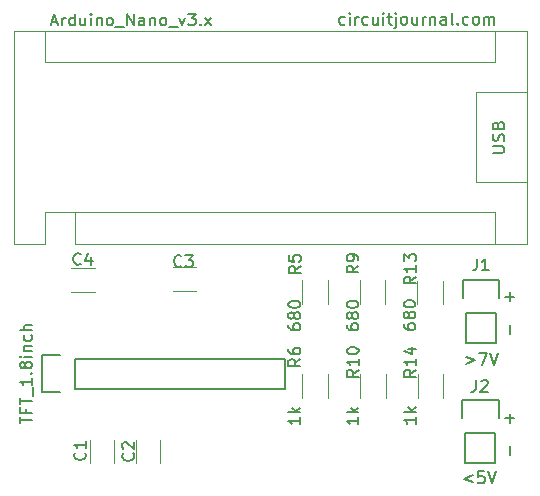
<source format=gto>
G04 #@! TF.GenerationSoftware,KiCad,Pcbnew,(5.1.5)-3*
G04 #@! TF.CreationDate,2020-04-26T13:49:39+03:00*
G04 #@! TF.ProjectId,livecam,6c697665-6361-46d2-9e6b-696361645f70,rev?*
G04 #@! TF.SameCoordinates,Original*
G04 #@! TF.FileFunction,Legend,Top*
G04 #@! TF.FilePolarity,Positive*
%FSLAX46Y46*%
G04 Gerber Fmt 4.6, Leading zero omitted, Abs format (unit mm)*
G04 Created by KiCad (PCBNEW (5.1.5)-3) date 2020-04-26 13:49:39*
%MOMM*%
%LPD*%
G04 APERTURE LIST*
%ADD10C,0.120000*%
%ADD11C,0.150000*%
G04 APERTURE END LIST*
D10*
X168870000Y-55860000D02*
X173200000Y-55860000D01*
X168870000Y-48230000D02*
X168870000Y-55860000D01*
X173200000Y-48230000D02*
X168870000Y-48230000D01*
D11*
X170302380Y-53381904D02*
X171111904Y-53381904D01*
X171207142Y-53334285D01*
X171254761Y-53286666D01*
X171302380Y-53191428D01*
X171302380Y-53000952D01*
X171254761Y-52905714D01*
X171207142Y-52858095D01*
X171111904Y-52810476D01*
X170302380Y-52810476D01*
X171254761Y-52381904D02*
X171302380Y-52239047D01*
X171302380Y-52000952D01*
X171254761Y-51905714D01*
X171207142Y-51858095D01*
X171111904Y-51810476D01*
X171016666Y-51810476D01*
X170921428Y-51858095D01*
X170873809Y-51905714D01*
X170826190Y-52000952D01*
X170778571Y-52191428D01*
X170730952Y-52286666D01*
X170683333Y-52334285D01*
X170588095Y-52381904D01*
X170492857Y-52381904D01*
X170397619Y-52334285D01*
X170350000Y-52286666D01*
X170302380Y-52191428D01*
X170302380Y-51953333D01*
X170350000Y-51810476D01*
X170778571Y-51048571D02*
X170826190Y-50905714D01*
X170873809Y-50858095D01*
X170969047Y-50810476D01*
X171111904Y-50810476D01*
X171207142Y-50858095D01*
X171254761Y-50905714D01*
X171302380Y-51000952D01*
X171302380Y-51381904D01*
X170302380Y-51381904D01*
X170302380Y-51048571D01*
X170350000Y-50953333D01*
X170397619Y-50905714D01*
X170492857Y-50858095D01*
X170588095Y-50858095D01*
X170683333Y-50905714D01*
X170730952Y-50953333D01*
X170778571Y-51048571D01*
X170778571Y-51381904D01*
X157770952Y-42484761D02*
X157675714Y-42532380D01*
X157485238Y-42532380D01*
X157390000Y-42484761D01*
X157342380Y-42437142D01*
X157294761Y-42341904D01*
X157294761Y-42056190D01*
X157342380Y-41960952D01*
X157390000Y-41913333D01*
X157485238Y-41865714D01*
X157675714Y-41865714D01*
X157770952Y-41913333D01*
X158199523Y-42532380D02*
X158199523Y-41865714D01*
X158199523Y-41532380D02*
X158151904Y-41580000D01*
X158199523Y-41627619D01*
X158247142Y-41580000D01*
X158199523Y-41532380D01*
X158199523Y-41627619D01*
X158675714Y-42532380D02*
X158675714Y-41865714D01*
X158675714Y-42056190D02*
X158723333Y-41960952D01*
X158770952Y-41913333D01*
X158866190Y-41865714D01*
X158961428Y-41865714D01*
X159723333Y-42484761D02*
X159628095Y-42532380D01*
X159437619Y-42532380D01*
X159342380Y-42484761D01*
X159294761Y-42437142D01*
X159247142Y-42341904D01*
X159247142Y-42056190D01*
X159294761Y-41960952D01*
X159342380Y-41913333D01*
X159437619Y-41865714D01*
X159628095Y-41865714D01*
X159723333Y-41913333D01*
X160580476Y-41865714D02*
X160580476Y-42532380D01*
X160151904Y-41865714D02*
X160151904Y-42389523D01*
X160199523Y-42484761D01*
X160294761Y-42532380D01*
X160437619Y-42532380D01*
X160532857Y-42484761D01*
X160580476Y-42437142D01*
X161056666Y-42532380D02*
X161056666Y-41865714D01*
X161056666Y-41532380D02*
X161009047Y-41580000D01*
X161056666Y-41627619D01*
X161104285Y-41580000D01*
X161056666Y-41532380D01*
X161056666Y-41627619D01*
X161390000Y-41865714D02*
X161770952Y-41865714D01*
X161532857Y-41532380D02*
X161532857Y-42389523D01*
X161580476Y-42484761D01*
X161675714Y-42532380D01*
X161770952Y-42532380D01*
X162104285Y-41865714D02*
X162104285Y-42722857D01*
X162056666Y-42818095D01*
X161961428Y-42865714D01*
X161913809Y-42865714D01*
X162104285Y-41532380D02*
X162056666Y-41580000D01*
X162104285Y-41627619D01*
X162151904Y-41580000D01*
X162104285Y-41532380D01*
X162104285Y-41627619D01*
X162723333Y-42532380D02*
X162628095Y-42484761D01*
X162580476Y-42437142D01*
X162532857Y-42341904D01*
X162532857Y-42056190D01*
X162580476Y-41960952D01*
X162628095Y-41913333D01*
X162723333Y-41865714D01*
X162866190Y-41865714D01*
X162961428Y-41913333D01*
X163009047Y-41960952D01*
X163056666Y-42056190D01*
X163056666Y-42341904D01*
X163009047Y-42437142D01*
X162961428Y-42484761D01*
X162866190Y-42532380D01*
X162723333Y-42532380D01*
X163913809Y-41865714D02*
X163913809Y-42532380D01*
X163485238Y-41865714D02*
X163485238Y-42389523D01*
X163532857Y-42484761D01*
X163628095Y-42532380D01*
X163770952Y-42532380D01*
X163866190Y-42484761D01*
X163913809Y-42437142D01*
X164390000Y-42532380D02*
X164390000Y-41865714D01*
X164390000Y-42056190D02*
X164437619Y-41960952D01*
X164485238Y-41913333D01*
X164580476Y-41865714D01*
X164675714Y-41865714D01*
X165009047Y-41865714D02*
X165009047Y-42532380D01*
X165009047Y-41960952D02*
X165056666Y-41913333D01*
X165151904Y-41865714D01*
X165294761Y-41865714D01*
X165390000Y-41913333D01*
X165437619Y-42008571D01*
X165437619Y-42532380D01*
X166342380Y-42532380D02*
X166342380Y-42008571D01*
X166294761Y-41913333D01*
X166199523Y-41865714D01*
X166009047Y-41865714D01*
X165913809Y-41913333D01*
X166342380Y-42484761D02*
X166247142Y-42532380D01*
X166009047Y-42532380D01*
X165913809Y-42484761D01*
X165866190Y-42389523D01*
X165866190Y-42294285D01*
X165913809Y-42199047D01*
X166009047Y-42151428D01*
X166247142Y-42151428D01*
X166342380Y-42103809D01*
X166961428Y-42532380D02*
X166866190Y-42484761D01*
X166818571Y-42389523D01*
X166818571Y-41532380D01*
X167342380Y-42437142D02*
X167390000Y-42484761D01*
X167342380Y-42532380D01*
X167294761Y-42484761D01*
X167342380Y-42437142D01*
X167342380Y-42532380D01*
X168247142Y-42484761D02*
X168151904Y-42532380D01*
X167961428Y-42532380D01*
X167866190Y-42484761D01*
X167818571Y-42437142D01*
X167770952Y-42341904D01*
X167770952Y-42056190D01*
X167818571Y-41960952D01*
X167866190Y-41913333D01*
X167961428Y-41865714D01*
X168151904Y-41865714D01*
X168247142Y-41913333D01*
X168818571Y-42532380D02*
X168723333Y-42484761D01*
X168675714Y-42437142D01*
X168628095Y-42341904D01*
X168628095Y-42056190D01*
X168675714Y-41960952D01*
X168723333Y-41913333D01*
X168818571Y-41865714D01*
X168961428Y-41865714D01*
X169056666Y-41913333D01*
X169104285Y-41960952D01*
X169151904Y-42056190D01*
X169151904Y-42341904D01*
X169104285Y-42437142D01*
X169056666Y-42484761D01*
X168961428Y-42532380D01*
X168818571Y-42532380D01*
X169580476Y-42532380D02*
X169580476Y-41865714D01*
X169580476Y-41960952D02*
X169628095Y-41913333D01*
X169723333Y-41865714D01*
X169866190Y-41865714D01*
X169961428Y-41913333D01*
X170009047Y-42008571D01*
X170009047Y-42532380D01*
X170009047Y-42008571D02*
X170056666Y-41913333D01*
X170151904Y-41865714D01*
X170294761Y-41865714D01*
X170390000Y-41913333D01*
X170437619Y-42008571D01*
X170437619Y-42532380D01*
X168004285Y-70665714D02*
X168766190Y-70951428D01*
X168004285Y-71237142D01*
X169147142Y-70332380D02*
X169813809Y-70332380D01*
X169385238Y-71332380D01*
X170051904Y-70332380D02*
X170385238Y-71332380D01*
X170718571Y-70332380D01*
X171758571Y-65178095D02*
X171758571Y-65940000D01*
X171377619Y-65559047D02*
X172139523Y-65559047D01*
X171758571Y-67940000D02*
X171758571Y-68701904D01*
X171758571Y-75468095D02*
X171758571Y-76230000D01*
X171377619Y-75849047D02*
X172139523Y-75849047D01*
X171758571Y-78230000D02*
X171758571Y-78991904D01*
X168626190Y-80705714D02*
X167864285Y-80991428D01*
X168626190Y-81277142D01*
X169578571Y-80372380D02*
X169102380Y-80372380D01*
X169054761Y-80848571D01*
X169102380Y-80800952D01*
X169197619Y-80753333D01*
X169435714Y-80753333D01*
X169530952Y-80800952D01*
X169578571Y-80848571D01*
X169626190Y-80943809D01*
X169626190Y-81181904D01*
X169578571Y-81277142D01*
X169530952Y-81324761D01*
X169435714Y-81372380D01*
X169197619Y-81372380D01*
X169102380Y-81324761D01*
X169054761Y-81277142D01*
X169911904Y-80372380D02*
X170245238Y-81372380D01*
X170578571Y-80372380D01*
D10*
X129740000Y-43050000D02*
X129740000Y-61090000D01*
X173180000Y-43050000D02*
X129740000Y-43050000D01*
X173180000Y-61090000D02*
X173180000Y-43050000D01*
X170510000Y-58420000D02*
X170510000Y-61090000D01*
X134950000Y-58420000D02*
X170510000Y-58420000D01*
X134950000Y-58420000D02*
X134950000Y-61090000D01*
X170510000Y-45720000D02*
X170510000Y-43050000D01*
X132410000Y-45720000D02*
X170510000Y-45720000D01*
X132410000Y-45720000D02*
X132410000Y-43050000D01*
X129740000Y-61090000D02*
X132410000Y-61090000D01*
X134950000Y-61090000D02*
X173180000Y-61090000D01*
X132410000Y-58420000D02*
X132410000Y-61090000D01*
X134950000Y-58420000D02*
X132410000Y-58420000D01*
D11*
X132110000Y-73650000D02*
X132110000Y-70550000D01*
X133660000Y-73650000D02*
X132110000Y-73650000D01*
X134930000Y-70830000D02*
X134930000Y-73370000D01*
X132110000Y-70550000D02*
X133660000Y-70550000D01*
X152710000Y-73370000D02*
X134930000Y-73370000D01*
X152710000Y-70830000D02*
X152710000Y-73370000D01*
X134930000Y-70830000D02*
X152710000Y-70830000D01*
D10*
X166080000Y-72140000D02*
X166080000Y-74140000D01*
X163940000Y-74140000D02*
X163940000Y-72140000D01*
X166060000Y-64210000D02*
X166060000Y-66210000D01*
X163920000Y-66210000D02*
X163920000Y-64210000D01*
X161240000Y-72140000D02*
X161240000Y-74140000D01*
X159100000Y-74140000D02*
X159100000Y-72140000D01*
X161220000Y-64200000D02*
X161220000Y-66200000D01*
X159080000Y-66200000D02*
X159080000Y-64200000D01*
X156340000Y-72130000D02*
X156340000Y-74130000D01*
X154200000Y-74130000D02*
X154200000Y-72130000D01*
X156320000Y-64190000D02*
X156320000Y-66190000D01*
X154180000Y-66190000D02*
X154180000Y-64190000D01*
D11*
X167980000Y-79640000D02*
X170520000Y-79640000D01*
X167980000Y-77100000D02*
X167980000Y-79640000D01*
X167700000Y-74280000D02*
X170800000Y-74280000D01*
X167700000Y-75830000D02*
X167700000Y-74280000D01*
X170520000Y-77100000D02*
X167980000Y-77100000D01*
X170800000Y-74280000D02*
X170800000Y-75830000D01*
X170520000Y-77100000D02*
X170520000Y-79640000D01*
X168040000Y-69510000D02*
X170580000Y-69510000D01*
X168040000Y-66970000D02*
X168040000Y-69510000D01*
X167760000Y-64150000D02*
X170860000Y-64150000D01*
X167760000Y-65700000D02*
X167760000Y-64150000D01*
X170580000Y-66970000D02*
X168040000Y-66970000D01*
X170860000Y-64150000D02*
X170860000Y-65700000D01*
X170580000Y-66970000D02*
X170580000Y-69510000D01*
D10*
X134640000Y-65170000D02*
X136640000Y-65170000D01*
X136640000Y-63130000D02*
X134640000Y-63130000D01*
X145210000Y-63080000D02*
X143210000Y-63080000D01*
X143210000Y-65120000D02*
X145210000Y-65120000D01*
X140100000Y-77670000D02*
X140100000Y-79670000D01*
X142140000Y-79670000D02*
X142140000Y-77670000D01*
X136170000Y-77670000D02*
X136170000Y-79670000D01*
X138210000Y-79670000D02*
X138210000Y-77670000D01*
D11*
X132961904Y-42316666D02*
X133438095Y-42316666D01*
X132866666Y-42602380D02*
X133200000Y-41602380D01*
X133533333Y-42602380D01*
X133866666Y-42602380D02*
X133866666Y-41935714D01*
X133866666Y-42126190D02*
X133914285Y-42030952D01*
X133961904Y-41983333D01*
X134057142Y-41935714D01*
X134152380Y-41935714D01*
X134914285Y-42602380D02*
X134914285Y-41602380D01*
X134914285Y-42554761D02*
X134819047Y-42602380D01*
X134628571Y-42602380D01*
X134533333Y-42554761D01*
X134485714Y-42507142D01*
X134438095Y-42411904D01*
X134438095Y-42126190D01*
X134485714Y-42030952D01*
X134533333Y-41983333D01*
X134628571Y-41935714D01*
X134819047Y-41935714D01*
X134914285Y-41983333D01*
X135819047Y-41935714D02*
X135819047Y-42602380D01*
X135390476Y-41935714D02*
X135390476Y-42459523D01*
X135438095Y-42554761D01*
X135533333Y-42602380D01*
X135676190Y-42602380D01*
X135771428Y-42554761D01*
X135819047Y-42507142D01*
X136295238Y-42602380D02*
X136295238Y-41935714D01*
X136295238Y-41602380D02*
X136247619Y-41650000D01*
X136295238Y-41697619D01*
X136342857Y-41650000D01*
X136295238Y-41602380D01*
X136295238Y-41697619D01*
X136771428Y-41935714D02*
X136771428Y-42602380D01*
X136771428Y-42030952D02*
X136819047Y-41983333D01*
X136914285Y-41935714D01*
X137057142Y-41935714D01*
X137152380Y-41983333D01*
X137200000Y-42078571D01*
X137200000Y-42602380D01*
X137819047Y-42602380D02*
X137723809Y-42554761D01*
X137676190Y-42507142D01*
X137628571Y-42411904D01*
X137628571Y-42126190D01*
X137676190Y-42030952D01*
X137723809Y-41983333D01*
X137819047Y-41935714D01*
X137961904Y-41935714D01*
X138057142Y-41983333D01*
X138104761Y-42030952D01*
X138152380Y-42126190D01*
X138152380Y-42411904D01*
X138104761Y-42507142D01*
X138057142Y-42554761D01*
X137961904Y-42602380D01*
X137819047Y-42602380D01*
X138342857Y-42697619D02*
X139104761Y-42697619D01*
X139342857Y-42602380D02*
X139342857Y-41602380D01*
X139914285Y-42602380D01*
X139914285Y-41602380D01*
X140819047Y-42602380D02*
X140819047Y-42078571D01*
X140771428Y-41983333D01*
X140676190Y-41935714D01*
X140485714Y-41935714D01*
X140390476Y-41983333D01*
X140819047Y-42554761D02*
X140723809Y-42602380D01*
X140485714Y-42602380D01*
X140390476Y-42554761D01*
X140342857Y-42459523D01*
X140342857Y-42364285D01*
X140390476Y-42269047D01*
X140485714Y-42221428D01*
X140723809Y-42221428D01*
X140819047Y-42173809D01*
X141295238Y-41935714D02*
X141295238Y-42602380D01*
X141295238Y-42030952D02*
X141342857Y-41983333D01*
X141438095Y-41935714D01*
X141580952Y-41935714D01*
X141676190Y-41983333D01*
X141723809Y-42078571D01*
X141723809Y-42602380D01*
X142342857Y-42602380D02*
X142247619Y-42554761D01*
X142200000Y-42507142D01*
X142152380Y-42411904D01*
X142152380Y-42126190D01*
X142200000Y-42030952D01*
X142247619Y-41983333D01*
X142342857Y-41935714D01*
X142485714Y-41935714D01*
X142580952Y-41983333D01*
X142628571Y-42030952D01*
X142676190Y-42126190D01*
X142676190Y-42411904D01*
X142628571Y-42507142D01*
X142580952Y-42554761D01*
X142485714Y-42602380D01*
X142342857Y-42602380D01*
X142866666Y-42697619D02*
X143628571Y-42697619D01*
X143771428Y-41935714D02*
X144009523Y-42602380D01*
X144247619Y-41935714D01*
X144533333Y-41602380D02*
X145152380Y-41602380D01*
X144819047Y-41983333D01*
X144961904Y-41983333D01*
X145057142Y-42030952D01*
X145104761Y-42078571D01*
X145152380Y-42173809D01*
X145152380Y-42411904D01*
X145104761Y-42507142D01*
X145057142Y-42554761D01*
X144961904Y-42602380D01*
X144676190Y-42602380D01*
X144580952Y-42554761D01*
X144533333Y-42507142D01*
X145580952Y-42507142D02*
X145628571Y-42554761D01*
X145580952Y-42602380D01*
X145533333Y-42554761D01*
X145580952Y-42507142D01*
X145580952Y-42602380D01*
X145961904Y-42602380D02*
X146485714Y-41935714D01*
X145961904Y-41935714D02*
X146485714Y-42602380D01*
X130282380Y-76308095D02*
X130282380Y-75736666D01*
X131282380Y-76022380D02*
X130282380Y-76022380D01*
X130758571Y-75070000D02*
X130758571Y-75403333D01*
X131282380Y-75403333D02*
X130282380Y-75403333D01*
X130282380Y-74927142D01*
X130282380Y-74689047D02*
X130282380Y-74117619D01*
X131282380Y-74403333D02*
X130282380Y-74403333D01*
X131377619Y-74022380D02*
X131377619Y-73260476D01*
X131282380Y-72498571D02*
X131282380Y-73070000D01*
X131282380Y-72784285D02*
X130282380Y-72784285D01*
X130425238Y-72879523D01*
X130520476Y-72974761D01*
X130568095Y-73070000D01*
X131187142Y-72070000D02*
X131234761Y-72022380D01*
X131282380Y-72070000D01*
X131234761Y-72117619D01*
X131187142Y-72070000D01*
X131282380Y-72070000D01*
X130710952Y-71450952D02*
X130663333Y-71546190D01*
X130615714Y-71593809D01*
X130520476Y-71641428D01*
X130472857Y-71641428D01*
X130377619Y-71593809D01*
X130330000Y-71546190D01*
X130282380Y-71450952D01*
X130282380Y-71260476D01*
X130330000Y-71165238D01*
X130377619Y-71117619D01*
X130472857Y-71070000D01*
X130520476Y-71070000D01*
X130615714Y-71117619D01*
X130663333Y-71165238D01*
X130710952Y-71260476D01*
X130710952Y-71450952D01*
X130758571Y-71546190D01*
X130806190Y-71593809D01*
X130901428Y-71641428D01*
X131091904Y-71641428D01*
X131187142Y-71593809D01*
X131234761Y-71546190D01*
X131282380Y-71450952D01*
X131282380Y-71260476D01*
X131234761Y-71165238D01*
X131187142Y-71117619D01*
X131091904Y-71070000D01*
X130901428Y-71070000D01*
X130806190Y-71117619D01*
X130758571Y-71165238D01*
X130710952Y-71260476D01*
X131282380Y-70641428D02*
X130615714Y-70641428D01*
X130282380Y-70641428D02*
X130330000Y-70689047D01*
X130377619Y-70641428D01*
X130330000Y-70593809D01*
X130282380Y-70641428D01*
X130377619Y-70641428D01*
X130615714Y-70165238D02*
X131282380Y-70165238D01*
X130710952Y-70165238D02*
X130663333Y-70117619D01*
X130615714Y-70022380D01*
X130615714Y-69879523D01*
X130663333Y-69784285D01*
X130758571Y-69736666D01*
X131282380Y-69736666D01*
X131234761Y-68831904D02*
X131282380Y-68927142D01*
X131282380Y-69117619D01*
X131234761Y-69212857D01*
X131187142Y-69260476D01*
X131091904Y-69308095D01*
X130806190Y-69308095D01*
X130710952Y-69260476D01*
X130663333Y-69212857D01*
X130615714Y-69117619D01*
X130615714Y-68927142D01*
X130663333Y-68831904D01*
X131282380Y-68403333D02*
X130282380Y-68403333D01*
X131282380Y-67974761D02*
X130758571Y-67974761D01*
X130663333Y-68022380D01*
X130615714Y-68117619D01*
X130615714Y-68260476D01*
X130663333Y-68355714D01*
X130710952Y-68403333D01*
X163802380Y-71772857D02*
X163326190Y-72106190D01*
X163802380Y-72344285D02*
X162802380Y-72344285D01*
X162802380Y-71963333D01*
X162850000Y-71868095D01*
X162897619Y-71820476D01*
X162992857Y-71772857D01*
X163135714Y-71772857D01*
X163230952Y-71820476D01*
X163278571Y-71868095D01*
X163326190Y-71963333D01*
X163326190Y-72344285D01*
X163802380Y-70820476D02*
X163802380Y-71391904D01*
X163802380Y-71106190D02*
X162802380Y-71106190D01*
X162945238Y-71201428D01*
X163040476Y-71296666D01*
X163088095Y-71391904D01*
X163135714Y-69963333D02*
X163802380Y-69963333D01*
X162754761Y-70201428D02*
X163469047Y-70439523D01*
X163469047Y-69820476D01*
X163802380Y-75759047D02*
X163802380Y-76330476D01*
X163802380Y-76044761D02*
X162802380Y-76044761D01*
X162945238Y-76140000D01*
X163040476Y-76235238D01*
X163088095Y-76330476D01*
X163802380Y-75330476D02*
X162802380Y-75330476D01*
X163421428Y-75235238D02*
X163802380Y-74949523D01*
X163135714Y-74949523D02*
X163516666Y-75330476D01*
X163802380Y-63872857D02*
X163326190Y-64206190D01*
X163802380Y-64444285D02*
X162802380Y-64444285D01*
X162802380Y-64063333D01*
X162850000Y-63968095D01*
X162897619Y-63920476D01*
X162992857Y-63872857D01*
X163135714Y-63872857D01*
X163230952Y-63920476D01*
X163278571Y-63968095D01*
X163326190Y-64063333D01*
X163326190Y-64444285D01*
X163802380Y-62920476D02*
X163802380Y-63491904D01*
X163802380Y-63206190D02*
X162802380Y-63206190D01*
X162945238Y-63301428D01*
X163040476Y-63396666D01*
X163088095Y-63491904D01*
X162802380Y-62587142D02*
X162802380Y-61968095D01*
X163183333Y-62301428D01*
X163183333Y-62158571D01*
X163230952Y-62063333D01*
X163278571Y-62015714D01*
X163373809Y-61968095D01*
X163611904Y-61968095D01*
X163707142Y-62015714D01*
X163754761Y-62063333D01*
X163802380Y-62158571D01*
X163802380Y-62444285D01*
X163754761Y-62539523D01*
X163707142Y-62587142D01*
X162762380Y-67891904D02*
X162762380Y-68082380D01*
X162810000Y-68177619D01*
X162857619Y-68225238D01*
X163000476Y-68320476D01*
X163190952Y-68368095D01*
X163571904Y-68368095D01*
X163667142Y-68320476D01*
X163714761Y-68272857D01*
X163762380Y-68177619D01*
X163762380Y-67987142D01*
X163714761Y-67891904D01*
X163667142Y-67844285D01*
X163571904Y-67796666D01*
X163333809Y-67796666D01*
X163238571Y-67844285D01*
X163190952Y-67891904D01*
X163143333Y-67987142D01*
X163143333Y-68177619D01*
X163190952Y-68272857D01*
X163238571Y-68320476D01*
X163333809Y-68368095D01*
X163190952Y-67225238D02*
X163143333Y-67320476D01*
X163095714Y-67368095D01*
X163000476Y-67415714D01*
X162952857Y-67415714D01*
X162857619Y-67368095D01*
X162810000Y-67320476D01*
X162762380Y-67225238D01*
X162762380Y-67034761D01*
X162810000Y-66939523D01*
X162857619Y-66891904D01*
X162952857Y-66844285D01*
X163000476Y-66844285D01*
X163095714Y-66891904D01*
X163143333Y-66939523D01*
X163190952Y-67034761D01*
X163190952Y-67225238D01*
X163238571Y-67320476D01*
X163286190Y-67368095D01*
X163381428Y-67415714D01*
X163571904Y-67415714D01*
X163667142Y-67368095D01*
X163714761Y-67320476D01*
X163762380Y-67225238D01*
X163762380Y-67034761D01*
X163714761Y-66939523D01*
X163667142Y-66891904D01*
X163571904Y-66844285D01*
X163381428Y-66844285D01*
X163286190Y-66891904D01*
X163238571Y-66939523D01*
X163190952Y-67034761D01*
X162762380Y-66225238D02*
X162762380Y-66130000D01*
X162810000Y-66034761D01*
X162857619Y-65987142D01*
X162952857Y-65939523D01*
X163143333Y-65891904D01*
X163381428Y-65891904D01*
X163571904Y-65939523D01*
X163667142Y-65987142D01*
X163714761Y-66034761D01*
X163762380Y-66130000D01*
X163762380Y-66225238D01*
X163714761Y-66320476D01*
X163667142Y-66368095D01*
X163571904Y-66415714D01*
X163381428Y-66463333D01*
X163143333Y-66463333D01*
X162952857Y-66415714D01*
X162857619Y-66368095D01*
X162810000Y-66320476D01*
X162762380Y-66225238D01*
X158952380Y-71772857D02*
X158476190Y-72106190D01*
X158952380Y-72344285D02*
X157952380Y-72344285D01*
X157952380Y-71963333D01*
X158000000Y-71868095D01*
X158047619Y-71820476D01*
X158142857Y-71772857D01*
X158285714Y-71772857D01*
X158380952Y-71820476D01*
X158428571Y-71868095D01*
X158476190Y-71963333D01*
X158476190Y-72344285D01*
X158952380Y-70820476D02*
X158952380Y-71391904D01*
X158952380Y-71106190D02*
X157952380Y-71106190D01*
X158095238Y-71201428D01*
X158190476Y-71296666D01*
X158238095Y-71391904D01*
X157952380Y-70201428D02*
X157952380Y-70106190D01*
X158000000Y-70010952D01*
X158047619Y-69963333D01*
X158142857Y-69915714D01*
X158333333Y-69868095D01*
X158571428Y-69868095D01*
X158761904Y-69915714D01*
X158857142Y-69963333D01*
X158904761Y-70010952D01*
X158952380Y-70106190D01*
X158952380Y-70201428D01*
X158904761Y-70296666D01*
X158857142Y-70344285D01*
X158761904Y-70391904D01*
X158571428Y-70439523D01*
X158333333Y-70439523D01*
X158142857Y-70391904D01*
X158047619Y-70344285D01*
X158000000Y-70296666D01*
X157952380Y-70201428D01*
X158932380Y-75779047D02*
X158932380Y-76350476D01*
X158932380Y-76064761D02*
X157932380Y-76064761D01*
X158075238Y-76160000D01*
X158170476Y-76255238D01*
X158218095Y-76350476D01*
X158932380Y-75350476D02*
X157932380Y-75350476D01*
X158551428Y-75255238D02*
X158932380Y-74969523D01*
X158265714Y-74969523D02*
X158646666Y-75350476D01*
X158932380Y-62946666D02*
X158456190Y-63280000D01*
X158932380Y-63518095D02*
X157932380Y-63518095D01*
X157932380Y-63137142D01*
X157980000Y-63041904D01*
X158027619Y-62994285D01*
X158122857Y-62946666D01*
X158265714Y-62946666D01*
X158360952Y-62994285D01*
X158408571Y-63041904D01*
X158456190Y-63137142D01*
X158456190Y-63518095D01*
X158932380Y-62470476D02*
X158932380Y-62280000D01*
X158884761Y-62184761D01*
X158837142Y-62137142D01*
X158694285Y-62041904D01*
X158503809Y-61994285D01*
X158122857Y-61994285D01*
X158027619Y-62041904D01*
X157980000Y-62089523D01*
X157932380Y-62184761D01*
X157932380Y-62375238D01*
X157980000Y-62470476D01*
X158027619Y-62518095D01*
X158122857Y-62565714D01*
X158360952Y-62565714D01*
X158456190Y-62518095D01*
X158503809Y-62470476D01*
X158551428Y-62375238D01*
X158551428Y-62184761D01*
X158503809Y-62089523D01*
X158456190Y-62041904D01*
X158360952Y-61994285D01*
X157932380Y-67931904D02*
X157932380Y-68122380D01*
X157980000Y-68217619D01*
X158027619Y-68265238D01*
X158170476Y-68360476D01*
X158360952Y-68408095D01*
X158741904Y-68408095D01*
X158837142Y-68360476D01*
X158884761Y-68312857D01*
X158932380Y-68217619D01*
X158932380Y-68027142D01*
X158884761Y-67931904D01*
X158837142Y-67884285D01*
X158741904Y-67836666D01*
X158503809Y-67836666D01*
X158408571Y-67884285D01*
X158360952Y-67931904D01*
X158313333Y-68027142D01*
X158313333Y-68217619D01*
X158360952Y-68312857D01*
X158408571Y-68360476D01*
X158503809Y-68408095D01*
X158360952Y-67265238D02*
X158313333Y-67360476D01*
X158265714Y-67408095D01*
X158170476Y-67455714D01*
X158122857Y-67455714D01*
X158027619Y-67408095D01*
X157980000Y-67360476D01*
X157932380Y-67265238D01*
X157932380Y-67074761D01*
X157980000Y-66979523D01*
X158027619Y-66931904D01*
X158122857Y-66884285D01*
X158170476Y-66884285D01*
X158265714Y-66931904D01*
X158313333Y-66979523D01*
X158360952Y-67074761D01*
X158360952Y-67265238D01*
X158408571Y-67360476D01*
X158456190Y-67408095D01*
X158551428Y-67455714D01*
X158741904Y-67455714D01*
X158837142Y-67408095D01*
X158884761Y-67360476D01*
X158932380Y-67265238D01*
X158932380Y-67074761D01*
X158884761Y-66979523D01*
X158837142Y-66931904D01*
X158741904Y-66884285D01*
X158551428Y-66884285D01*
X158456190Y-66931904D01*
X158408571Y-66979523D01*
X158360952Y-67074761D01*
X157932380Y-66265238D02*
X157932380Y-66170000D01*
X157980000Y-66074761D01*
X158027619Y-66027142D01*
X158122857Y-65979523D01*
X158313333Y-65931904D01*
X158551428Y-65931904D01*
X158741904Y-65979523D01*
X158837142Y-66027142D01*
X158884761Y-66074761D01*
X158932380Y-66170000D01*
X158932380Y-66265238D01*
X158884761Y-66360476D01*
X158837142Y-66408095D01*
X158741904Y-66455714D01*
X158551428Y-66503333D01*
X158313333Y-66503333D01*
X158122857Y-66455714D01*
X158027619Y-66408095D01*
X157980000Y-66360476D01*
X157932380Y-66265238D01*
X154012380Y-70846666D02*
X153536190Y-71180000D01*
X154012380Y-71418095D02*
X153012380Y-71418095D01*
X153012380Y-71037142D01*
X153060000Y-70941904D01*
X153107619Y-70894285D01*
X153202857Y-70846666D01*
X153345714Y-70846666D01*
X153440952Y-70894285D01*
X153488571Y-70941904D01*
X153536190Y-71037142D01*
X153536190Y-71418095D01*
X153012380Y-69989523D02*
X153012380Y-70180000D01*
X153060000Y-70275238D01*
X153107619Y-70322857D01*
X153250476Y-70418095D01*
X153440952Y-70465714D01*
X153821904Y-70465714D01*
X153917142Y-70418095D01*
X153964761Y-70370476D01*
X154012380Y-70275238D01*
X154012380Y-70084761D01*
X153964761Y-69989523D01*
X153917142Y-69941904D01*
X153821904Y-69894285D01*
X153583809Y-69894285D01*
X153488571Y-69941904D01*
X153440952Y-69989523D01*
X153393333Y-70084761D01*
X153393333Y-70275238D01*
X153440952Y-70370476D01*
X153488571Y-70418095D01*
X153583809Y-70465714D01*
X154012380Y-75789047D02*
X154012380Y-76360476D01*
X154012380Y-76074761D02*
X153012380Y-76074761D01*
X153155238Y-76170000D01*
X153250476Y-76265238D01*
X153298095Y-76360476D01*
X154012380Y-75360476D02*
X153012380Y-75360476D01*
X153631428Y-75265238D02*
X154012380Y-74979523D01*
X153345714Y-74979523D02*
X153726666Y-75360476D01*
X154042380Y-62986666D02*
X153566190Y-63320000D01*
X154042380Y-63558095D02*
X153042380Y-63558095D01*
X153042380Y-63177142D01*
X153090000Y-63081904D01*
X153137619Y-63034285D01*
X153232857Y-62986666D01*
X153375714Y-62986666D01*
X153470952Y-63034285D01*
X153518571Y-63081904D01*
X153566190Y-63177142D01*
X153566190Y-63558095D01*
X153042380Y-62081904D02*
X153042380Y-62558095D01*
X153518571Y-62605714D01*
X153470952Y-62558095D01*
X153423333Y-62462857D01*
X153423333Y-62224761D01*
X153470952Y-62129523D01*
X153518571Y-62081904D01*
X153613809Y-62034285D01*
X153851904Y-62034285D01*
X153947142Y-62081904D01*
X153994761Y-62129523D01*
X154042380Y-62224761D01*
X154042380Y-62462857D01*
X153994761Y-62558095D01*
X153947142Y-62605714D01*
X153012380Y-67931904D02*
X153012380Y-68122380D01*
X153060000Y-68217619D01*
X153107619Y-68265238D01*
X153250476Y-68360476D01*
X153440952Y-68408095D01*
X153821904Y-68408095D01*
X153917142Y-68360476D01*
X153964761Y-68312857D01*
X154012380Y-68217619D01*
X154012380Y-68027142D01*
X153964761Y-67931904D01*
X153917142Y-67884285D01*
X153821904Y-67836666D01*
X153583809Y-67836666D01*
X153488571Y-67884285D01*
X153440952Y-67931904D01*
X153393333Y-68027142D01*
X153393333Y-68217619D01*
X153440952Y-68312857D01*
X153488571Y-68360476D01*
X153583809Y-68408095D01*
X153440952Y-67265238D02*
X153393333Y-67360476D01*
X153345714Y-67408095D01*
X153250476Y-67455714D01*
X153202857Y-67455714D01*
X153107619Y-67408095D01*
X153060000Y-67360476D01*
X153012380Y-67265238D01*
X153012380Y-67074761D01*
X153060000Y-66979523D01*
X153107619Y-66931904D01*
X153202857Y-66884285D01*
X153250476Y-66884285D01*
X153345714Y-66931904D01*
X153393333Y-66979523D01*
X153440952Y-67074761D01*
X153440952Y-67265238D01*
X153488571Y-67360476D01*
X153536190Y-67408095D01*
X153631428Y-67455714D01*
X153821904Y-67455714D01*
X153917142Y-67408095D01*
X153964761Y-67360476D01*
X154012380Y-67265238D01*
X154012380Y-67074761D01*
X153964761Y-66979523D01*
X153917142Y-66931904D01*
X153821904Y-66884285D01*
X153631428Y-66884285D01*
X153536190Y-66931904D01*
X153488571Y-66979523D01*
X153440952Y-67074761D01*
X153012380Y-66265238D02*
X153012380Y-66170000D01*
X153060000Y-66074761D01*
X153107619Y-66027142D01*
X153202857Y-65979523D01*
X153393333Y-65931904D01*
X153631428Y-65931904D01*
X153821904Y-65979523D01*
X153917142Y-66027142D01*
X153964761Y-66074761D01*
X154012380Y-66170000D01*
X154012380Y-66265238D01*
X153964761Y-66360476D01*
X153917142Y-66408095D01*
X153821904Y-66455714D01*
X153631428Y-66503333D01*
X153393333Y-66503333D01*
X153202857Y-66455714D01*
X153107619Y-66408095D01*
X153060000Y-66360476D01*
X153012380Y-66265238D01*
X168886666Y-72632380D02*
X168886666Y-73346666D01*
X168839047Y-73489523D01*
X168743809Y-73584761D01*
X168600952Y-73632380D01*
X168505714Y-73632380D01*
X169315238Y-72727619D02*
X169362857Y-72680000D01*
X169458095Y-72632380D01*
X169696190Y-72632380D01*
X169791428Y-72680000D01*
X169839047Y-72727619D01*
X169886666Y-72822857D01*
X169886666Y-72918095D01*
X169839047Y-73060952D01*
X169267619Y-73632380D01*
X169886666Y-73632380D01*
X168976666Y-62342380D02*
X168976666Y-63056666D01*
X168929047Y-63199523D01*
X168833809Y-63294761D01*
X168690952Y-63342380D01*
X168595714Y-63342380D01*
X169976666Y-63342380D02*
X169405238Y-63342380D01*
X169690952Y-63342380D02*
X169690952Y-62342380D01*
X169595714Y-62485238D01*
X169500476Y-62580476D01*
X169405238Y-62628095D01*
X135423333Y-62787142D02*
X135375714Y-62834761D01*
X135232857Y-62882380D01*
X135137619Y-62882380D01*
X134994761Y-62834761D01*
X134899523Y-62739523D01*
X134851904Y-62644285D01*
X134804285Y-62453809D01*
X134804285Y-62310952D01*
X134851904Y-62120476D01*
X134899523Y-62025238D01*
X134994761Y-61930000D01*
X135137619Y-61882380D01*
X135232857Y-61882380D01*
X135375714Y-61930000D01*
X135423333Y-61977619D01*
X136280476Y-62215714D02*
X136280476Y-62882380D01*
X136042380Y-61834761D02*
X135804285Y-62549047D01*
X136423333Y-62549047D01*
X143953333Y-62957142D02*
X143905714Y-63004761D01*
X143762857Y-63052380D01*
X143667619Y-63052380D01*
X143524761Y-63004761D01*
X143429523Y-62909523D01*
X143381904Y-62814285D01*
X143334285Y-62623809D01*
X143334285Y-62480952D01*
X143381904Y-62290476D01*
X143429523Y-62195238D01*
X143524761Y-62100000D01*
X143667619Y-62052380D01*
X143762857Y-62052380D01*
X143905714Y-62100000D01*
X143953333Y-62147619D01*
X144286666Y-62052380D02*
X144905714Y-62052380D01*
X144572380Y-62433333D01*
X144715238Y-62433333D01*
X144810476Y-62480952D01*
X144858095Y-62528571D01*
X144905714Y-62623809D01*
X144905714Y-62861904D01*
X144858095Y-62957142D01*
X144810476Y-63004761D01*
X144715238Y-63052380D01*
X144429523Y-63052380D01*
X144334285Y-63004761D01*
X144286666Y-62957142D01*
X139847142Y-78836666D02*
X139894761Y-78884285D01*
X139942380Y-79027142D01*
X139942380Y-79122380D01*
X139894761Y-79265238D01*
X139799523Y-79360476D01*
X139704285Y-79408095D01*
X139513809Y-79455714D01*
X139370952Y-79455714D01*
X139180476Y-79408095D01*
X139085238Y-79360476D01*
X138990000Y-79265238D01*
X138942380Y-79122380D01*
X138942380Y-79027142D01*
X138990000Y-78884285D01*
X139037619Y-78836666D01*
X139037619Y-78455714D02*
X138990000Y-78408095D01*
X138942380Y-78312857D01*
X138942380Y-78074761D01*
X138990000Y-77979523D01*
X139037619Y-77931904D01*
X139132857Y-77884285D01*
X139228095Y-77884285D01*
X139370952Y-77931904D01*
X139942380Y-78503333D01*
X139942380Y-77884285D01*
X135757142Y-78766666D02*
X135804761Y-78814285D01*
X135852380Y-78957142D01*
X135852380Y-79052380D01*
X135804761Y-79195238D01*
X135709523Y-79290476D01*
X135614285Y-79338095D01*
X135423809Y-79385714D01*
X135280952Y-79385714D01*
X135090476Y-79338095D01*
X134995238Y-79290476D01*
X134900000Y-79195238D01*
X134852380Y-79052380D01*
X134852380Y-78957142D01*
X134900000Y-78814285D01*
X134947619Y-78766666D01*
X135852380Y-77814285D02*
X135852380Y-78385714D01*
X135852380Y-78100000D02*
X134852380Y-78100000D01*
X134995238Y-78195238D01*
X135090476Y-78290476D01*
X135138095Y-78385714D01*
M02*

</source>
